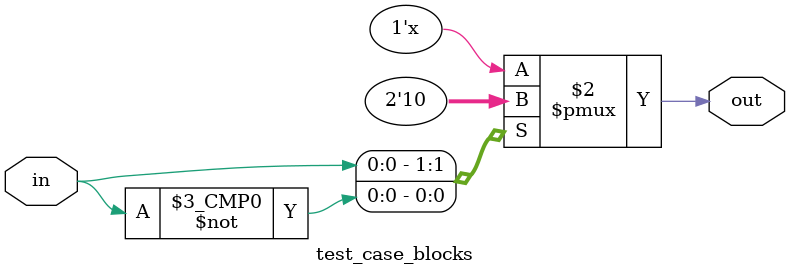
<source format=v>
module test(in, out);
	input in;
	output reg out;
	
	always @(*) begin
		if (in == 1) begin
			out <= 1;
			$display("this is the first message");
			end
		else if (in == 0)
			out <= 0;
		else if (in > 1'b1)
			$display("print to system if in is %b and more than one if/elif block runs \
						in an always block", in);
	end
endmodule

module test_case_blocks(in, out);
	// tests multiline case blocks.
	input in;
	output reg out;
	
	always @(*) begin
		case(in)
			1'b1: begin 
				out <= 1;
				$display("display the first message");
				$display("display the second message");
				end
			1'b0: begin 
				out <= 0;
				$display("display the third message");
				end
			default: out <= 0;
		endcase
	end
endmodule

</source>
